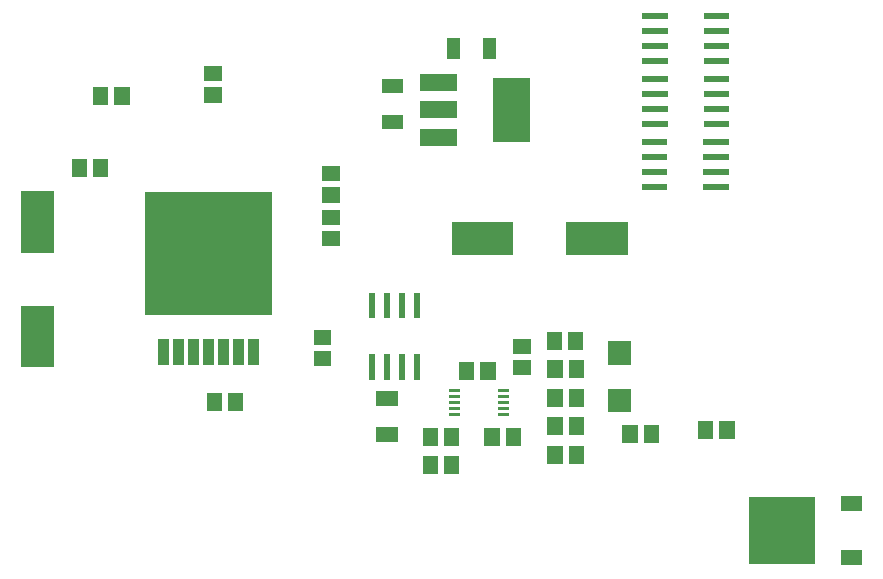
<source format=gbr>
G04 start of page 12 for group -4015 idx -4015 *
G04 Title: RspPiPS, toppaste *
G04 Creator: pcb 4.2.0 *
G04 CreationDate: Sun Jan 23 00:25:27 2022 UTC *
G04 For: debian *
G04 Format: Gerber/RS-274X *
G04 PCB-Dimensions (mil): 10000.00 10000.00 *
G04 PCB-Coordinate-Origin: lower left *
%MOIN*%
%FSLAX25Y25*%
%LNTOPPASTE*%
%ADD110C,0.0001*%
G54D110*G36*
X222800Y636450D02*X219200D01*
Y627950D01*
X222800D01*
Y636450D01*
G37*
G36*
X227800D02*X224200D01*
Y627950D01*
X227800D01*
Y636450D01*
G37*
G36*
X232800D02*X229200D01*
Y627950D01*
X232800D01*
Y636450D01*
G37*
G36*
X237800D02*X234200D01*
Y627950D01*
X237800D01*
Y636450D01*
G37*
G36*
X242800D02*X239200D01*
Y627950D01*
X242800D01*
Y636450D01*
G37*
G36*
X247800D02*X244200D01*
Y627950D01*
X247800D01*
Y636450D01*
G37*
G36*
X252800D02*X249200D01*
Y627950D01*
X252800D01*
Y636450D01*
G37*
G36*
X214750Y685500D02*Y644500D01*
X257250D01*
Y685500D01*
X214750D01*
G37*
G36*
X291543Y631549D02*X289543D01*
Y623049D01*
X291543D01*
Y631549D01*
G37*
G36*
X296543D02*X294543D01*
Y623049D01*
X296543D01*
Y631549D01*
G37*
G36*
X301543D02*X299543D01*
Y623049D01*
X301543D01*
Y631549D01*
G37*
G36*
X306543D02*X304543D01*
Y623049D01*
X306543D01*
Y631549D01*
G37*
G36*
Y652049D02*X304543D01*
Y643549D01*
X306543D01*
Y652049D01*
G37*
G36*
X301543D02*X299543D01*
Y643549D01*
X301543D01*
Y652049D01*
G37*
G36*
X296543D02*X294543D01*
Y643549D01*
X296543D01*
Y652049D01*
G37*
G36*
X291543D02*X289543D01*
Y643549D01*
X291543D01*
Y652049D01*
G37*
G36*
X312516Y606952D02*X307398D01*
Y601048D01*
X312516D01*
Y606952D01*
G37*
G36*
X319602D02*X314484D01*
Y601048D01*
X319602D01*
Y606952D01*
G37*
G36*
X271048Y639688D02*Y634570D01*
X276952D01*
Y639688D01*
X271048D01*
G37*
G36*
Y632602D02*Y627484D01*
X276952D01*
Y632602D01*
X271048D01*
G37*
G36*
X202602Y696452D02*X197484D01*
Y690548D01*
X202602D01*
Y696452D01*
G37*
G36*
X195516D02*X190398D01*
Y690548D01*
X195516D01*
Y696452D01*
G37*
G36*
X379016Y607952D02*X373898D01*
Y602048D01*
X379016D01*
Y607952D01*
G37*
G36*
X386102D02*X380984D01*
Y602048D01*
X386102D01*
Y607952D01*
G37*
G36*
X291772Y607418D02*Y602300D01*
X299252D01*
Y607418D01*
X291772D01*
G37*
G36*
Y619228D02*Y614110D01*
X299252D01*
Y619228D01*
X291772D01*
G37*
G36*
X324602Y628952D02*X319484D01*
Y623048D01*
X324602D01*
Y628952D01*
G37*
G36*
X331688D02*X326570D01*
Y623048D01*
X331688D01*
Y628952D01*
G37*
G36*
X369050Y620100D02*Y612200D01*
X376950D01*
Y620100D01*
X369050D01*
G37*
G36*
Y635800D02*Y627900D01*
X376950D01*
Y635800D01*
X369050D01*
G37*
G36*
X361102Y600952D02*X355984D01*
Y595048D01*
X361102D01*
Y600952D01*
G37*
G36*
X354016D02*X348898D01*
Y595048D01*
X354016D01*
Y600952D01*
G37*
G36*
X361102Y610452D02*X355984D01*
Y604548D01*
X361102D01*
Y610452D01*
G37*
G36*
X354016D02*X348898D01*
Y604548D01*
X354016D01*
Y610452D01*
G37*
G36*
X361102Y629452D02*X355984D01*
Y623548D01*
X361102D01*
Y629452D01*
G37*
G36*
X354016D02*X348898D01*
Y623548D01*
X354016D01*
Y629452D01*
G37*
G36*
X361102Y619952D02*X355984D01*
Y614048D01*
X361102D01*
Y619952D01*
G37*
G36*
X354016D02*X348898D01*
Y614048D01*
X354016D01*
Y619952D01*
G37*
G36*
X312516Y597452D02*X307398D01*
Y591548D01*
X312516D01*
Y597452D01*
G37*
G36*
X319602D02*X314484D01*
Y591548D01*
X319602D01*
Y597452D01*
G37*
G36*
X184512Y647642D02*X173488D01*
Y627169D01*
X184512D01*
Y647642D01*
G37*
G36*
Y685831D02*X173488D01*
Y665358D01*
X184512D01*
Y685831D01*
G37*
G36*
X340102Y606952D02*X334984D01*
Y601048D01*
X340102D01*
Y606952D01*
G37*
G36*
X333016D02*X327898D01*
Y601048D01*
X333016D01*
Y606952D01*
G37*
G36*
X337505Y636645D02*Y631527D01*
X343409D01*
Y636645D01*
X337505D01*
G37*
G36*
Y629559D02*Y624441D01*
X343409D01*
Y629559D01*
X337505D01*
G37*
G36*
X353866Y638952D02*X348748D01*
Y633048D01*
X353866D01*
Y638952D01*
G37*
G36*
X360952D02*X355834D01*
Y633048D01*
X360952D01*
Y638952D01*
G37*
G36*
X247559Y618452D02*X242441D01*
Y612548D01*
X247559D01*
Y618452D01*
G37*
G36*
X240473D02*X235355D01*
Y612548D01*
X240473D01*
Y618452D01*
G37*
G36*
X234591Y720473D02*Y715355D01*
X240495D01*
Y720473D01*
X234591D01*
G37*
G36*
Y727559D02*Y722441D01*
X240495D01*
Y727559D01*
X234591D01*
G37*
G36*
X209645Y720452D02*X204527D01*
Y714548D01*
X209645D01*
Y720452D01*
G37*
G36*
X202559D02*X197441D01*
Y714548D01*
X202559D01*
Y720452D01*
G37*
G36*
X355197Y675512D02*Y664488D01*
X375669D01*
Y675512D01*
X355197D01*
G37*
G36*
X317008D02*Y664488D01*
X337480D01*
Y675512D01*
X317008D01*
G37*
G36*
X319863Y736915D02*X315363D01*
Y729915D01*
X319863D01*
Y736915D01*
G37*
G36*
X331863D02*X327363D01*
Y729915D01*
X331863D01*
Y736915D01*
G37*
G36*
X293685Y723211D02*Y718711D01*
X300685D01*
Y723211D01*
X293685D01*
G37*
G36*
Y711211D02*Y706711D01*
X300685D01*
Y711211D01*
X293685D01*
G37*
G36*
X380368Y703244D02*Y701244D01*
X388868D01*
Y703244D01*
X380368D01*
G37*
G36*
Y698244D02*Y696244D01*
X388868D01*
Y698244D01*
X380368D01*
G37*
G36*
Y693244D02*Y691244D01*
X388868D01*
Y693244D01*
X380368D01*
G37*
G36*
Y688244D02*Y686244D01*
X388868D01*
Y688244D01*
X380368D01*
G37*
G36*
X400868D02*Y686244D01*
X409368D01*
Y688244D01*
X400868D01*
G37*
G36*
Y693244D02*Y691244D01*
X409368D01*
Y693244D01*
X400868D01*
G37*
G36*
Y698244D02*Y696244D01*
X409368D01*
Y698244D01*
X400868D01*
G37*
G36*
Y703244D02*Y701244D01*
X409368D01*
Y703244D01*
X400868D01*
G37*
G36*
X380516Y724303D02*Y722303D01*
X389016D01*
Y724303D01*
X380516D01*
G37*
G36*
Y719303D02*Y717303D01*
X389016D01*
Y719303D01*
X380516D01*
G37*
G36*
Y714303D02*Y712303D01*
X389016D01*
Y714303D01*
X380516D01*
G37*
G36*
Y709303D02*Y707303D01*
X389016D01*
Y709303D01*
X380516D01*
G37*
G36*
X401016D02*Y707303D01*
X409516D01*
Y709303D01*
X401016D01*
G37*
G36*
Y714303D02*Y712303D01*
X409516D01*
Y714303D01*
X401016D01*
G37*
G36*
Y719303D02*Y717303D01*
X409516D01*
Y719303D01*
X401016D01*
G37*
G36*
Y724303D02*Y722303D01*
X409516D01*
Y724303D01*
X401016D01*
G37*
G36*
X446689Y566411D02*Y561211D01*
X453889D01*
Y566411D01*
X446689D01*
G37*
G36*
Y584411D02*Y579211D01*
X453889D01*
Y584411D01*
X446689D01*
G37*
G36*
X438189Y584061D02*X416189D01*
Y561561D01*
X438189D01*
Y584061D01*
G37*
G36*
X404252Y609318D02*X399134D01*
Y603414D01*
X404252D01*
Y609318D01*
G37*
G36*
X411338D02*X406220D01*
Y603414D01*
X411338D01*
Y609318D01*
G37*
G36*
X273820Y679697D02*Y674579D01*
X279724D01*
Y679697D01*
X273820D01*
G37*
G36*
Y672611D02*Y667493D01*
X279724D01*
Y672611D01*
X273820D01*
G37*
G36*
Y687178D02*Y682060D01*
X279724D01*
Y687178D01*
X273820D01*
G37*
G36*
Y694264D02*Y689146D01*
X279724D01*
Y694264D01*
X273820D01*
G37*
G36*
X332598Y612037D02*Y610987D01*
X336248D01*
Y612037D01*
X332598D01*
G37*
G36*
Y614006D02*Y612956D01*
X336248D01*
Y614006D01*
X332598D01*
G37*
G36*
Y615974D02*Y614924D01*
X336248D01*
Y615974D01*
X332598D01*
G37*
G36*
Y617943D02*Y616893D01*
X336248D01*
Y617943D01*
X332598D01*
G37*
G36*
Y619911D02*Y618861D01*
X336248D01*
Y619911D01*
X332598D01*
G37*
G36*
X316098D02*Y618861D01*
X319748D01*
Y619911D01*
X316098D01*
G37*
G36*
Y617943D02*Y616893D01*
X319748D01*
Y617943D01*
X316098D01*
G37*
G36*
Y615974D02*Y614924D01*
X319748D01*
Y615974D01*
X316098D01*
G37*
G36*
Y614006D02*Y612956D01*
X319748D01*
Y614006D01*
X316098D01*
G37*
G36*
X316073Y612062D02*Y610962D01*
X319773D01*
Y612062D01*
X316073D01*
G37*
G36*
X306498Y724792D02*Y719192D01*
X318698D01*
Y724792D01*
X306498D01*
G37*
G36*
Y715792D02*Y710192D01*
X318698D01*
Y715792D01*
X306498D01*
G37*
G36*
Y706692D02*Y701092D01*
X318698D01*
Y706692D01*
X306498D01*
G37*
G36*
X343098Y723592D02*X330898D01*
Y702392D01*
X343098D01*
Y723592D01*
G37*
G36*
X380500Y745200D02*Y743200D01*
X389000D01*
Y745200D01*
X380500D01*
G37*
G36*
Y740200D02*Y738200D01*
X389000D01*
Y740200D01*
X380500D01*
G37*
G36*
Y735200D02*Y733200D01*
X389000D01*
Y735200D01*
X380500D01*
G37*
G36*
Y730200D02*Y728200D01*
X389000D01*
Y730200D01*
X380500D01*
G37*
G36*
X401000D02*Y728200D01*
X409500D01*
Y730200D01*
X401000D01*
G37*
G36*
Y735200D02*Y733200D01*
X409500D01*
Y735200D01*
X401000D01*
G37*
G36*
Y740200D02*Y738200D01*
X409500D01*
Y740200D01*
X401000D01*
G37*
G36*
Y745200D02*Y743200D01*
X409500D01*
Y745200D01*
X401000D01*
G37*
M02*

</source>
